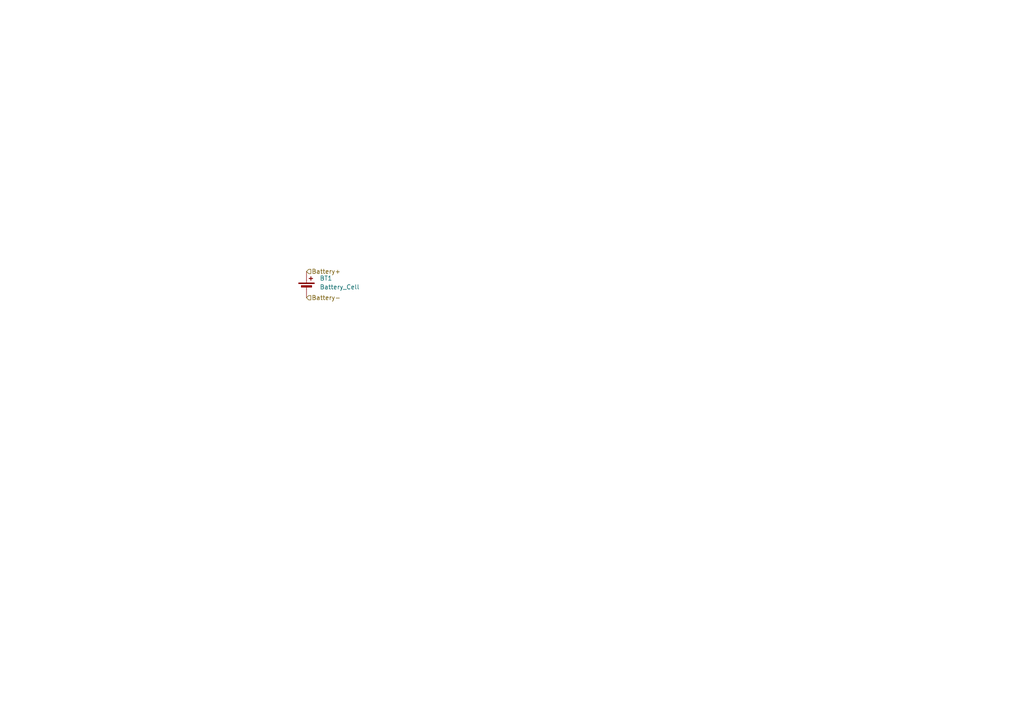
<source format=kicad_sch>
(kicad_sch (version 20230121) (generator eeschema)
  (paper "A4")
  (lib_symbols
    (symbol "Device:Battery_Cell" (pin_numbers hide) (pin_names (offset 0) hide)
      (property "Reference" "BT" (at 2.54 2.54 0))
      (property "Value" "Battery_Cell" (at 2.54 0 0))
      (symbol "Battery_Cell_0_1"
        (rectangle (start -2.286 1.778) (end 2.286 1.524) (fill (type outline)))
        (rectangle (start -1.524 1.016) (end 1.524 0.508) (fill (type outline)))
        (polyline (pts (xy 0 0.762) (xy 0 0)))
        (polyline (pts (xy 0 1.778) (xy 0 2.54)))
        (polyline (pts (xy 0.762 3.048) (xy 1.778 3.048)) (stroke (width 0.254)))
        (polyline (pts (xy 1.27 3.556) (xy 1.27 2.54)) (stroke (width 0.254)))
      )
      (symbol "Battery_Cell_1_1"
        (pin passive line (at 0 5.08 270) (length 2.54) (name "+") (number "1"))
        (pin passive line (at 0 -2.54 90) (length 2.54) (name "-") (number "2"))
      )
    )
  )
  (hierarchical_label "Battery-" (shape input) (at 88.9 86.36 0))
  (hierarchical_label "Battery+" (shape input) (at 88.9 78.74 0))
  (symbol (lib_id "Device:Battery_Cell") (at 88.9 83.82 0) (unit 1)
    (property "Reference" "BT1" (at 92.71 80.7085 0) (effects (justify left)))
    (property "Value" "Battery_Cell" (at 92.71 83.2485 0) (effects (justify left)))
    (property "Footprint" "OEM:BatteryCell" (effects hide))
    (instances (project "Onboarding_Project_Ahan" (path "" (reference "BT1") (unit 1)) (path "" (reference "BT2") (unit 1))))
  )
)
</source>
